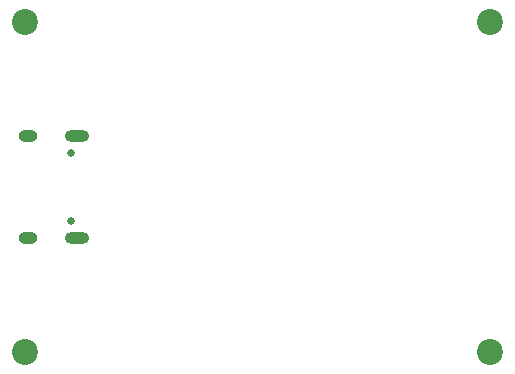
<source format=gbr>
G04 #@! TF.GenerationSoftware,KiCad,Pcbnew,9.0.2+dfsg-1*
G04 #@! TF.CreationDate,2025-08-10T10:43:45+08:00*
G04 #@! TF.ProjectId,stlink,73746c69-6e6b-42e6-9b69-6361645f7063,a*
G04 #@! TF.SameCoordinates,Original*
G04 #@! TF.FileFunction,Soldermask,Bot*
G04 #@! TF.FilePolarity,Negative*
%FSLAX46Y46*%
G04 Gerber Fmt 4.6, Leading zero omitted, Abs format (unit mm)*
G04 Created by KiCad (PCBNEW 9.0.2+dfsg-1) date 2025-08-10 10:43:45*
%MOMM*%
%LPD*%
G01*
G04 APERTURE LIST*
%ADD10C,2.200000*%
%ADD11C,0.650000*%
%ADD12O,2.100000X1.000000*%
%ADD13O,1.600000X1.000000*%
G04 APERTURE END LIST*
D10*
G04 #@! TO.C,H1*
X104140000Y-102870000D03*
G04 #@! TD*
D11*
G04 #@! TO.C,J1*
X108010000Y-86010000D03*
X108010000Y-91790000D03*
D12*
X108540000Y-84580000D03*
D13*
X104360000Y-84580000D03*
D12*
X108540000Y-93220000D03*
D13*
X104360000Y-93220000D03*
G04 #@! TD*
D10*
G04 #@! TO.C,H4*
X104140000Y-74930000D03*
G04 #@! TD*
G04 #@! TO.C,H3*
X143510000Y-74930000D03*
G04 #@! TD*
G04 #@! TO.C,H2*
X143510000Y-102870000D03*
G04 #@! TD*
M02*

</source>
